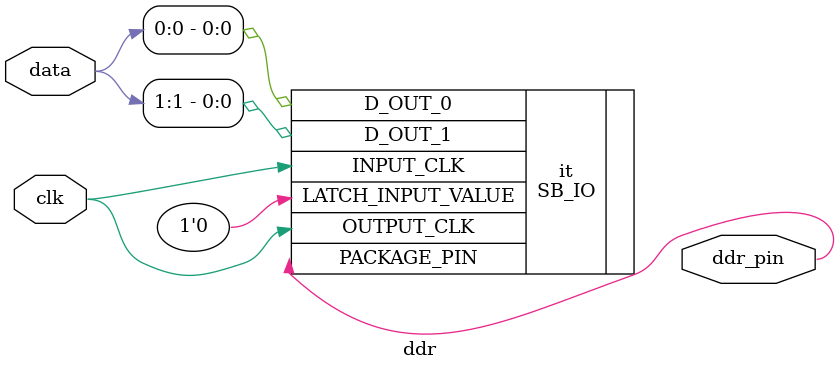
<source format=v>
`default_nettype none

module top (
    input         CLK,
    input         BTN_N,
    output [15:0] LED_PANEL
);
    led_main #(
        .FRAME_BITS(13),
        .DELAY(1)
    ) main (
        .CLK(CLK),
        .resetn_btn(BTN_N),
        .LED_PANEL(LED_PANEL)
    );
endmodule

module game_logic (
    input clk,
    input active,
    output [13:0] addr0,
    output [13:0] addr1,
    output [15:0] wdata0,
    output [15:0] wdata1,
    output wen0,
    output wen1
);
    reg [5:0] x;
    reg [5:0] y;
    reg wen;
    assign addr0 = {3'b00,y[4:0],x};
    assign addr1 = {3'b00,y[4:0],x};
    assign wen0 = wen & ~y[5];
    assign wen1 = wen & y[5];

    reg[4:0] r;
    reg[5:0] g;
    reg[4:0] b;
    assign wdata0 = {r,g,b};
    assign wdata1 = {r,g,b};

    always @(posedge clk) begin
        x <= x + 1;
        y <= y + 1;
        wen <= active;
        r <= 0;
        g <= 0;
        b <= 0;
    end
endmodule

// Pipeline for driving an LED panel with 24 bit RGB graphics.  It
// uses pseudo-PWM at ~53 Hz.
//
// Client should instantiate the `led_main` module and define a
// `painter24` module.  `painter24` should compute a 24 bit RGB pixel
// value, given <frame, subframe, x, y>.
//
// The `DELAY` parameter describes how many clock cycles `painter`
// uses to calculate each pixel.


module led_main #(
        parameter USE_RESETN_BUTTON =  1,
        parameter FRAME_BITS        = 10,
        parameter DELAY             =  1
    ) (
        input CLK,
        input resetn_btn,
        output pll_clk,
        output reset,
        output [15:0] LED_PANEL);

    // Dimensions
    localparam db = $clog2(DELAY); // delay bits
    localparam fb = FRAME_BITS;    // frame bits
    localparam sb = 8;             // subframe bits
    localparam ab = 5;             // address bits
    localparam rb = 6;             // row bits
    localparam cb = 6;             // column bits
    localparam eb = fb + sb + ab + rb; // extended counter bits

    localparam dh = db - 1;        // delay high bit
    localparam fh = fb - 1;        // frame high bit
    localparam sh = sb - 1;        // subframe high bit
    localparam ah = ab - 1;        // address high bit
    localparam rh = rb - 1;        // row high bit
    localparam ch = cb - 1;        // column high bit
    localparam eh = eb - 1;        // extended counter high bit

    localparam cc = 1 << cb;       // column count

    wire [ah:0] addr;
    wire [sh:0] subframe;
    wire [fh:0] frame;
    wire [rh:0] y0, y1;
    wire [ch:0] x;

    assign {frame, subframe, addr, x} = painter_counter;
    assign y0 = {1'b0, addr};
    assign y1 = {1'b1, addr};

    wire        pll_clk;
    wire        pll_locked;
    wire        resetn;
    wire  [23:0] rgb24_0;
    wire  [23:0] rgb24_1;
    wire  [2:0] rgb3_0;
    wire  [2:0] rgb3_1;
    wire [eh:0] painter_counter;
    wire        led_driver_ready;

    incrementer #(
        .DELAY(DELAY),
        .WIDTH(eb),
        .SUBFRAME_LSB(ab + rb),
        .SUBFRAME_MSB(sh + ab + rb)
    ) painter_ticker (
        .clk(pll_clk),
        .reset(!led_driver_ready),
        .counter(painter_counter),
        .steal_subframe(steal_subframe));

    wire steal_subframe;
    wire [13:0] addr0, addr1;
    wire [15:0] wdata0, wdata1;
    wire wen0, wen1;
    wire [15:0] rdata0, rdata1;

    SB_SPRAM256KA ram0 (
        .ADDRESS(addr0),
        .DATAIN(wdata0),
        .MASKWREN(4'b1111),
        .WREN(wen0),
        .CHIPSELECT(1'b1),
        .CLOCK(pll_clk),
        .STANDBY(1'b0),
        .SLEEP(1'b0),
        .POWEROFF(1'b1),
        .DATAOUT(rdata0)
    );

    SB_SPRAM256KA ram1 (
        .ADDRESS(addr1),
        .DATAIN(wdata1),
        .MASKWREN(4'b1111),
        .WREN(wen1),
        .CHIPSELECT(1'b1),
        .CLOCK(pll_clk),
        .STANDBY(1'b0),
        .SLEEP(1'b0),
        .POWEROFF(1'b1),
        .DATAOUT(rdata1)
    );

    wire [13:0] logic_addr0;
    wire [13:0] logic_addr1;
    game_logic game (
        .clk(pll_clk),
        .active(steal_subframe),
        .addr0(logic_addr0),
        .addr1(logic_addr1),
        .wdata0(wdata0),
        .wdata1(wdata1),
        .wen0(wen0),
        .wen1(wen1)
    );

    assign addr0 = steal_subframe ? logic_addr0 : {addr,x};
    assign addr1 = steal_subframe ? logic_addr1 : {addr,x};

    // When a subframe is being stolen (used for logic), the pwm modules need to emit 0
    assign rgb24_0 = steal_subframe ? 24'd0 : {rdata0[15:11],3'b000,rdata0[10:5],2'b00,rdata0[4:0],3'b000};
    assign rgb24_1 = steal_subframe ? 24'd0 : {rdata1[15:11],3'b000,rdata1[10:5],2'b00,rdata1[4:0],3'b000};

    pwm pwm_r0 (
        .clk(pll_clk),
        .reset(reset),
        .subframe(subframe),
        .color8(rgb24_0[7:0]),
        .color1(rgb3_0[0]));

    pwm pwm_g0 (
        .clk(pll_clk),
        .reset(reset),
        .subframe(subframe),
        .color8(rgb24_0[15:8]),
        .color1(rgb3_0[1]));

    pwm pwm_b0 (
        .clk(pll_clk),
        .reset(reset),
        .subframe(subframe),
        .color8(rgb24_0[23:16]),
        .color1(rgb3_0[2]));

    pwm pwm_r1 (
        .clk(pll_clk),
        .reset(reset),
        .subframe(subframe),
        .color8(rgb24_1[7:0]),
        .color1(rgb3_1[0]));

    pwm pwm_g1 (
        .clk(pll_clk),
        .reset(reset),
        .subframe(subframe),
        .color8(rgb24_1[15:8]),
        .color1(rgb3_1[1]));

    pwm pwm_b1 (
        .clk(pll_clk),
        .reset(reset),
        .subframe(subframe),
        .color8(rgb24_1[23:16]),
        .color1(rgb3_1[2]));

    led_driver #(
        .FRAME_BITS(FRAME_BITS),
        .DELAY(DELAY)
    ) driver (
        .clk(pll_clk),
        .reset(reset),
        .rgb0(rgb3_0),
        .rgb1(rgb3_1),
        .ready(led_driver_ready),
        .LED_PANEL(LED_PANEL));

    pll_30mhz pll (
        .clk_pin(CLK),
        .locked(pll_locked),
        .pll_clk(pll_clk));

    generate
        if (USE_RESETN_BUTTON) begin
            button_debouncer db (
                .clk(pll_clk),
                .button_pin(resetn_btn),
                .level(resetn));
        end
        else
            assign resetn = 1;
    endgenerate

    reset_logic rl (
        .resetn(resetn),
        .pll_clk(pll_clk),
        .pll_locked(pll_locked),
        .reset(reset));

endmodule // led_main


module led_driver #(
        parameter     FRAME_BITS = 10,
        parameter     DELAY      = 1
    ) (
        input         clk,
        input         reset,
        input   [2:0] rgb0,
        input   [2:0] rgb1,
        output        ready,
        output [15:0] LED_PANEL);

    // State machine.
    localparam
        S_START   = 0,
        S_R1      = 1,
        S_R1E     = 2,
        S_R2      = 3,
        S_R2E     = 4,
        S_SDELAY  = 5,
        S_SHIFT0  = 6,
        S_SHIFT   = 7,
        S_SHIFTN  = 8,
        S_BLANK   = 9,
        S_UNBLANK = 10;

    // FM6126 Init Values
    localparam FM_R1     = 16'h7FFF;
    localparam FM_R2     = 16'h0040;

    // Route outputs to LED panel with registers as needed.
    reg   [2:0] led_rgb0;
    reg   [2:0] led_rgb1;
    reg   [4:0] led_addr;
    wire        led_blank;
    wire        led_latch;
    wire        led_sclk;
    wire        P1A1, P1A2, P1A3, P1A4, P1A7, P1A8, P1A9, P1A10;
    wire        P1B1, P1B2, P1B3, P1B4, P1B7, P1B8, P1B9, P1B10;

    // This panel has swapped red and blue wires.
    // assign {P1A3, P1A2, P1A1}              = led_rgb0;
    // assign {P1A9, P1A8, P1A7}              = led_rgb1;
    assign {P1A1, P1A2, P1A3}              = led_rgb0;
    assign {P1A7, P1A8, P1A9}              = led_rgb1;
    assign {P1B10, P1B4, P1B3, P1B2, P1B1} = led_addr;
    assign P1B7                            = led_blank;
    assign P1B8                            = led_latch;
    assign P1B9                            = led_sclk;
    assign {P1A4, P1A10}                   = 0;
    assign LED_PANEL = {P1B10, P1B9, P1B8, P1B7,  P1B4, P1B3, P1B2, P1B1,
                        P1A10, P1A9, P1A8, P1A7,  P1A4, P1A3, P1A2, P1A1};

    assign ready = (state >= S_SDELAY);

    // Dimensions
    localparam db = $clog2(DELAY); // delay bits
    localparam ab = 5;             // address bits
    localparam cb = 6;             // column bits
    localparam lb = ab + cb;       // counter bits

    localparam dh = db - 1;        // delay high bit
    localparam ah = ab - 1;        // address high bit
    localparam ch = cb - 1;        // column high bit
    localparam lh = lb - 1;        // counter high bit

    localparam cc = 1 << cb;       // column count

    wire [ah:0] addr;
    wire [ch:0] col;

    reg  [dh:0] delay;
    reg  [lh:0] counter;
    reg   [1:0] blank;
    reg   [1:0] latch;
    reg   [1:0] sclk;
    reg   [3:0] state;
    reg  [15:0] init_reg;
    reg   [6:0] init_lcnt;

    assign {addr, col} = counter;

    always @(posedge clk)
        if (reset) begin
            led_rgb0              <= 0;
            led_rgb1              <= 0;
            led_addr              <= 0;
            delay                 <= DELAY - 1;
            counter               <= 0;
            blank                 <= 2'b11;
            latch                 <= 2'b00;
            sclk                  <= 2'b00;
            state                 <= S_START;
        end
        else
            case (state)

                S_START:          // Exit reset; start shifting column data.
                    begin
                        blank     <= 2'b11; // blank until first row is latched
                        // Setup FM6126 init
                        init_reg  <= FM_R1;
                        init_lcnt <= 52;
                        state <= S_R1;
                        // ChipOne panels can skip the init sequence
                        //state <= S_SDELAY;
                    end

                // Setting FM6126 Registers
                S_R1:
                    begin
                        led_rgb0  <= init_reg[15] ? 3'b111 : 3'b000;
                        led_rgb1  <= init_reg[15] ? 3'b111 : 3'b000;
                        init_reg  <= {init_reg[14:0], init_reg[15]};

                        latch     <= init_lcnt[6] ? 2'b11 : 2'b00;
                        init_lcnt <= init_lcnt - 1;

                        counter   <= counter + 1;
                        sclk      <= 2'b10;

                        if (counter[5:0] == 63) begin
                            state <= S_R1E;
                        end
                    end

                S_R1E:
                    begin
                        latch     <= 2'b00;
                        sclk      <= 2'b00;
                        init_reg  <= FM_R2;
                        init_lcnt <= 51;
                        state     <= S_R2;
                    end

                S_R2:
                    begin
                        led_rgb0  <= init_reg[15] ? 3'b111 : 3'b000;
                        led_rgb1  <= init_reg[15] ? 3'b111 : 3'b000;
                        init_reg  <= {init_reg[14:0], init_reg[15]};

                        latch     <= init_lcnt[6] ? 2'b11 : 2'b00;
                        init_lcnt <= init_lcnt - 1;

                        counter   <= counter + 1;
                        sclk      <= 2'b10;

                        if (counter[5:0] == 63) begin
                            state <= S_R2E;
                        end
                    end

                S_R2E:
                    begin
                        latch      <= 2'b00;
                        sclk       <= 2'b00;
                        counter    <= 0;
                        state      <= S_SDELAY;
                    end

                S_SDELAY:         // Startup delay
                    begin
                        delay     <= delay - 1;
                        if(!delay)
                            state      <= S_SHIFT;
                    end

                S_SHIFT0:         // Shift first column.
                    begin
                        led_rgb0  <= rgb0;
                        led_rgb1  <= rgb1;
                        counter   <= counter + 1;
                        blank     <= 2'b00;
                        sclk      <= 2'b10;
                        state     <= S_SHIFT;
                    end

                S_SHIFT:          // Shift a column.
                    begin
                        led_rgb0  <= rgb0;
                        led_rgb1  <= rgb1;
                        counter   <= counter + 1;
                        sclk      <= 2'b10;
                        if (col == cc - 2) // next column will be the last.
                            state <= S_SHIFTN;
                    end

                S_SHIFTN:         // Shift the last column; start BLANK.
                    begin
                        blank     <= blank | 2'b01;
                        led_rgb0  <= rgb0;
                        led_rgb1  <= rgb1;
                        state     <= S_BLANK;
                    end

                S_BLANK:          // Drain shift register; pulse LATCH.
                    begin
                        blank     <= 2'b11;
                        latch     <= 2'b11;
                        sclk      <= 2'b00;
                        state     <= S_UNBLANK;
                    end

                S_UNBLANK:        // End BLANK; start next row.
                    begin
                        led_addr  <= addr;
                        counter   <= counter + 1;
                        blank     <= 2'b10;
                        latch     <= 2'b00;
                        state     <= S_SHIFT0;
                    end

            endcase

    ddr led_blank_ddr (
        .clk(clk),
        .data(blank),
        .ddr_pin(led_blank));

    ddr led_latch_ddr (
        .clk(clk),
        .data(latch),
        .ddr_pin(led_latch));

    ddr led_sclk_ddr (
        .clk(clk),
        .data(sclk),
        .ddr_pin(led_sclk));

endmodule // led_driver


module pwm (
    input       clk,
    input       reset,
    input [7:0] subframe,
    input [7:0] color8,
    output      color1);

    // reverse bits to make flicker faster.
    wire [7:0] cmp;
    assign cmp = {subframe[0], subframe[1], subframe[2], subframe[3],
                  subframe[4], subframe[5], subframe[6], subframe[7]};

    assign color1 = ~reset & (color8 > cmp);

endmodule // pwm


module incrementer #(
        parameter DELAY        = 1,
        parameter WIDTH        = 32,
        parameter SUBFRAME_LSB = 11,
        parameter SUBFRAME_MSB = 19
    ) (
        input              clk,
        input              reset,
        output [WIDTH-1:0] counter,
        output steal_subframe);

    localparam S_COUNT = 3'b001;
    localparam S_WAIT1 = 3'b010;
    localparam S_WAIT2 = 3'b100;

    localparam fb = WIDTH - SUBFRAME_MSB - 1;
    localparam sb = SUBFRAME_MSB - SUBFRAME_LSB + 1;
    localparam cb = SUBFRAME_MSB + 1;

    localparam fh = WIDTH - 1;
    localparam fl = SUBFRAME_MSB + 1;
    localparam sh = SUBFRAME_MSB;
    localparam sl = SUBFRAME_LSB;
    localparam ch = SUBFRAME_LSB - 1;

    // Wrap counter one subframe early.
    // Compare counter to {subframe, other} == {11...10, 11...1}.
    localparam skip_subframe = {cb{1'b1}} & ~(1 << sl);

    reg [fh:fl] frame_r;
    reg [sh: 0] counter_r;
    reg  [2: 0] state;

    assign counter = {frame_r, counter_r};

    // Steal every 16th subframe
    localparam sl4 = sl + 3;
    assign steal_subframe = counter_r[sl4:sl] == 4'b1111;

    always @(posedge clk)
        if (reset) begin
            frame_r <= 0;
            counter_r <= 0;
            state <= S_COUNT;
        end
        else
            case (state)

                S_COUNT:
                    begin
                        counter_r     <= counter_r + 1;
                        if (counter_r[5:0] == 63) begin
                            state     <= S_WAIT1;
                        end
                        if (counter_r == skip_subframe) begin
                            counter_r <= 0;
                            frame_r   <= frame_r + 1;
                        end
                    end

                S_WAIT1:
                    state <= S_WAIT2;

                S_WAIT2:
                    state <= S_COUNT;

            endcase

endmodule // incrementer


module button_debouncer (
        input  clk,
        input  button_pin,
        output level,
        output rising_edge,
        output falling_edge);

    localparam COUNT_BITS = 15;

    reg                  is_high;
    reg                  was_high;
    reg                  level_r;
    reg                  rising_edge_r;
    reg                  falling_edge_r;
    reg [COUNT_BITS-1:0] counter = 0;

    assign level        = level_r;
    assign falling_edge = rising_edge_r;
    assign rising_edge  = falling_edge_r;

    always @(posedge clk)
        if (counter) begin
            counter            <= counter + 1;
            rising_edge_r      <= 0;
            falling_edge_r     <= 0;
            was_high           <= is_high;
        end
        else begin
            // was_high           <= is_high;
            is_high            <= button_pin;
            level_r            <= is_high;
            if (is_high != was_high) begin
                counter        <= 1;
                rising_edge_r  <= is_high;
                falling_edge_r <= ~is_high;
            end
        end

endmodule // button_debouncer


module pll_30mhz (
        input clk_pin,
        output locked,
        output pll_clk);

    /**
     * PLL configuration
     *
     * This Verilog header file was generated automatically
     * using the icepll tool from the IceStorm project.
     * It is intended for use with FPGA primitives SB_PLL40_CORE,
     * SB_PLL40_PAD, SB_PLL40_2_PAD, SB_PLL40_2F_CORE or SB_PLL40_2F_PAD.
     * Use at your own risk.
     *
     * Given input frequency:        12.000 MHz
     * Requested output frequency:   30.000 MHz
     * Achieved output frequency:    30.000 MHz
     */

    SB_PLL40_PAD #(
        .FEEDBACK_PATH("SIMPLE"),
        .DIVR(4'b0000),         // DIVR =  0
        .DIVF(7'b1001111),      // DIVF = 79
        .DIVQ(3'b101),          // DIVQ =  5
        .FILTER_RANGE(3'b001)   // FILTER_RANGE = 1
    ) the_pll (
        .PACKAGEPIN(clk_pin),
        .PLLOUTCORE(pll_clk),
        .LOCK(locked),
        .RESETB(1'b1),
        .BYPASS(1'b0)
    );

endmodule // pll30mhz


module reset_logic (
        input pll_clk,
        input pll_locked,
        input resetn,
        output reset);

    reg [3:0] count;
    wire reset_i;

    assign reset_i = ~count[3] | ~resetn;

    always @(posedge pll_clk or negedge pll_locked)
        if (~pll_locked)
            count <= 0;
        else if  (~count[3])
            count <= count + 1;

    SB_GB rst_gb (
        .USER_SIGNAL_TO_GLOBAL_BUFFER(reset_i),
        .GLOBAL_BUFFER_OUTPUT(reset));

endmodule // reset_logic


module ddr (
        input       clk,
        input [1:0] data,
        output      ddr_pin);

    SB_IO #(
        .PIN_TYPE(6'b010001)
    ) it (
        .PACKAGE_PIN(ddr_pin),
        .LATCH_INPUT_VALUE(1'b0),
        .INPUT_CLK(clk),
        .OUTPUT_CLK(clk),
        .D_OUT_0(data[0]),
        .D_OUT_1(data[1]));

endmodule // ddr

</source>
